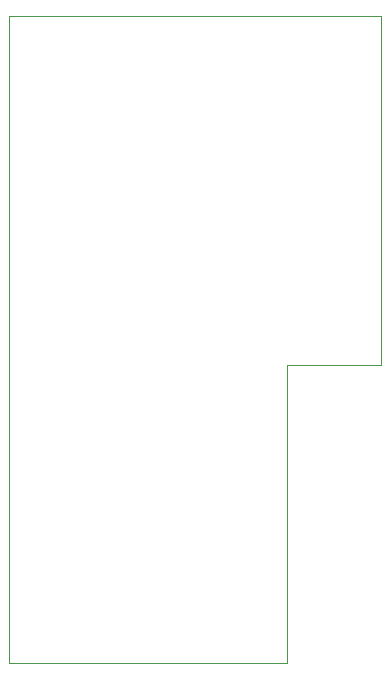
<source format=gko>
G75*
G70*
%OFA0B0*%
%FSLAX24Y24*%
%IPPOS*%
%LPD*%
%AMOC8*
5,1,8,0,0,1.08239X$1,22.5*
%
%ADD10C,0.0000*%
D10*
X000180Y000180D02*
X000180Y021735D01*
X012582Y021735D01*
X012582Y010121D01*
X009432Y010121D01*
X009432Y000180D01*
X000180Y000180D01*
M02*

</source>
